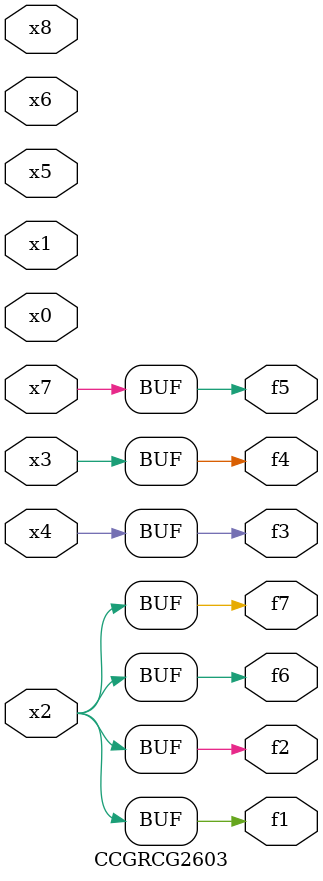
<source format=v>
module CCGRCG2603(
	input x0, x1, x2, x3, x4, x5, x6, x7, x8,
	output f1, f2, f3, f4, f5, f6, f7
);
	assign f1 = x2;
	assign f2 = x2;
	assign f3 = x4;
	assign f4 = x3;
	assign f5 = x7;
	assign f6 = x2;
	assign f7 = x2;
endmodule

</source>
